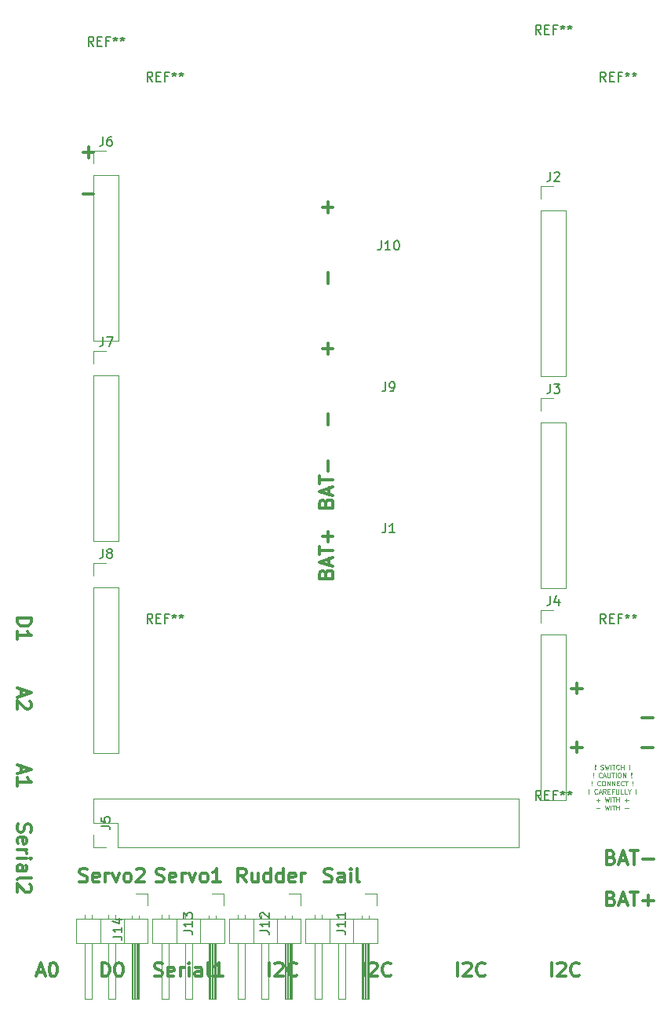
<source format=gto>
G04 #@! TF.FileFunction,Legend,Top*
%FSLAX46Y46*%
G04 Gerber Fmt 4.6, Leading zero omitted, Abs format (unit mm)*
G04 Created by KiCad (PCBNEW 4.0.7) date 06/01/18 16:18:16*
%MOMM*%
%LPD*%
G01*
G04 APERTURE LIST*
%ADD10C,0.100000*%
%ADD11C,0.300000*%
%ADD12C,0.125000*%
%ADD13C,0.120000*%
%ADD14C,0.150000*%
G04 APERTURE END LIST*
D10*
D11*
X144006429Y-142283571D02*
X143506429Y-141569286D01*
X143149286Y-142283571D02*
X143149286Y-140783571D01*
X143720714Y-140783571D01*
X143863572Y-140855000D01*
X143935000Y-140926429D01*
X144006429Y-141069286D01*
X144006429Y-141283571D01*
X143935000Y-141426429D01*
X143863572Y-141497857D01*
X143720714Y-141569286D01*
X143149286Y-141569286D01*
X145292143Y-141283571D02*
X145292143Y-142283571D01*
X144649286Y-141283571D02*
X144649286Y-142069286D01*
X144720714Y-142212143D01*
X144863572Y-142283571D01*
X145077857Y-142283571D01*
X145220714Y-142212143D01*
X145292143Y-142140714D01*
X146649286Y-142283571D02*
X146649286Y-140783571D01*
X146649286Y-142212143D02*
X146506429Y-142283571D01*
X146220715Y-142283571D01*
X146077857Y-142212143D01*
X146006429Y-142140714D01*
X145935000Y-141997857D01*
X145935000Y-141569286D01*
X146006429Y-141426429D01*
X146077857Y-141355000D01*
X146220715Y-141283571D01*
X146506429Y-141283571D01*
X146649286Y-141355000D01*
X148006429Y-142283571D02*
X148006429Y-140783571D01*
X148006429Y-142212143D02*
X147863572Y-142283571D01*
X147577858Y-142283571D01*
X147435000Y-142212143D01*
X147363572Y-142140714D01*
X147292143Y-141997857D01*
X147292143Y-141569286D01*
X147363572Y-141426429D01*
X147435000Y-141355000D01*
X147577858Y-141283571D01*
X147863572Y-141283571D01*
X148006429Y-141355000D01*
X149292143Y-142212143D02*
X149149286Y-142283571D01*
X148863572Y-142283571D01*
X148720715Y-142212143D01*
X148649286Y-142069286D01*
X148649286Y-141497857D01*
X148720715Y-141355000D01*
X148863572Y-141283571D01*
X149149286Y-141283571D01*
X149292143Y-141355000D01*
X149363572Y-141497857D01*
X149363572Y-141640714D01*
X148649286Y-141783571D01*
X150006429Y-142283571D02*
X150006429Y-141283571D01*
X150006429Y-141569286D02*
X150077857Y-141426429D01*
X150149286Y-141355000D01*
X150292143Y-141283571D01*
X150435000Y-141283571D01*
X119336429Y-113827858D02*
X120836429Y-113827858D01*
X120836429Y-114185001D01*
X120765000Y-114399286D01*
X120622143Y-114542144D01*
X120479286Y-114613572D01*
X120193571Y-114685001D01*
X119979286Y-114685001D01*
X119693571Y-114613572D01*
X119550714Y-114542144D01*
X119407857Y-114399286D01*
X119336429Y-114185001D01*
X119336429Y-113827858D01*
X119336429Y-116113572D02*
X119336429Y-115256429D01*
X119336429Y-115685001D02*
X120836429Y-115685001D01*
X120622143Y-115542144D01*
X120479286Y-115399286D01*
X120407857Y-115256429D01*
X119765000Y-129738572D02*
X119765000Y-130452858D01*
X119336429Y-129595715D02*
X120836429Y-130095715D01*
X119336429Y-130595715D01*
X119336429Y-131881429D02*
X119336429Y-131024286D01*
X119336429Y-131452858D02*
X120836429Y-131452858D01*
X120622143Y-131310001D01*
X120479286Y-131167143D01*
X120407857Y-131024286D01*
X119407857Y-136021429D02*
X119336429Y-136235715D01*
X119336429Y-136592858D01*
X119407857Y-136735715D01*
X119479286Y-136807144D01*
X119622143Y-136878572D01*
X119765000Y-136878572D01*
X119907857Y-136807144D01*
X119979286Y-136735715D01*
X120050714Y-136592858D01*
X120122143Y-136307144D01*
X120193571Y-136164286D01*
X120265000Y-136092858D01*
X120407857Y-136021429D01*
X120550714Y-136021429D01*
X120693571Y-136092858D01*
X120765000Y-136164286D01*
X120836429Y-136307144D01*
X120836429Y-136664286D01*
X120765000Y-136878572D01*
X119407857Y-138092857D02*
X119336429Y-137950000D01*
X119336429Y-137664286D01*
X119407857Y-137521429D01*
X119550714Y-137450000D01*
X120122143Y-137450000D01*
X120265000Y-137521429D01*
X120336429Y-137664286D01*
X120336429Y-137950000D01*
X120265000Y-138092857D01*
X120122143Y-138164286D01*
X119979286Y-138164286D01*
X119836429Y-137450000D01*
X119336429Y-138807143D02*
X120336429Y-138807143D01*
X120050714Y-138807143D02*
X120193571Y-138878571D01*
X120265000Y-138950000D01*
X120336429Y-139092857D01*
X120336429Y-139235714D01*
X119336429Y-139735714D02*
X120336429Y-139735714D01*
X120836429Y-139735714D02*
X120765000Y-139664285D01*
X120693571Y-139735714D01*
X120765000Y-139807142D01*
X120836429Y-139735714D01*
X120693571Y-139735714D01*
X119336429Y-141092857D02*
X120122143Y-141092857D01*
X120265000Y-141021428D01*
X120336429Y-140878571D01*
X120336429Y-140592857D01*
X120265000Y-140450000D01*
X119407857Y-141092857D02*
X119336429Y-140950000D01*
X119336429Y-140592857D01*
X119407857Y-140450000D01*
X119550714Y-140378571D01*
X119693571Y-140378571D01*
X119836429Y-140450000D01*
X119907857Y-140592857D01*
X119907857Y-140950000D01*
X119979286Y-141092857D01*
X119336429Y-142021429D02*
X119407857Y-141878571D01*
X119550714Y-141807143D01*
X120836429Y-141807143D01*
X120693571Y-142521428D02*
X120765000Y-142592857D01*
X120836429Y-142735714D01*
X120836429Y-143092857D01*
X120765000Y-143235714D01*
X120693571Y-143307143D01*
X120550714Y-143378571D01*
X120407857Y-143378571D01*
X120193571Y-143307143D01*
X119336429Y-142450000D01*
X119336429Y-143378571D01*
X119765000Y-121483572D02*
X119765000Y-122197858D01*
X119336429Y-121340715D02*
X120836429Y-121840715D01*
X119336429Y-122340715D01*
X120693571Y-122769286D02*
X120765000Y-122840715D01*
X120836429Y-122983572D01*
X120836429Y-123340715D01*
X120765000Y-123483572D01*
X120693571Y-123555001D01*
X120550714Y-123626429D01*
X120407857Y-123626429D01*
X120193571Y-123555001D01*
X119336429Y-122697858D01*
X119336429Y-123626429D01*
X128432858Y-152443571D02*
X128432858Y-150943571D01*
X128790001Y-150943571D01*
X129004286Y-151015000D01*
X129147144Y-151157857D01*
X129218572Y-151300714D01*
X129290001Y-151586429D01*
X129290001Y-151800714D01*
X129218572Y-152086429D01*
X129147144Y-152229286D01*
X129004286Y-152372143D01*
X128790001Y-152443571D01*
X128432858Y-152443571D01*
X130218572Y-150943571D02*
X130361429Y-150943571D01*
X130504286Y-151015000D01*
X130575715Y-151086429D01*
X130647144Y-151229286D01*
X130718572Y-151515000D01*
X130718572Y-151872143D01*
X130647144Y-152157857D01*
X130575715Y-152300714D01*
X130504286Y-152372143D01*
X130361429Y-152443571D01*
X130218572Y-152443571D01*
X130075715Y-152372143D01*
X130004286Y-152300714D01*
X129932858Y-152157857D01*
X129861429Y-151872143D01*
X129861429Y-151515000D01*
X129932858Y-151229286D01*
X130004286Y-151086429D01*
X130075715Y-151015000D01*
X130218572Y-150943571D01*
X134116429Y-152372143D02*
X134330715Y-152443571D01*
X134687858Y-152443571D01*
X134830715Y-152372143D01*
X134902144Y-152300714D01*
X134973572Y-152157857D01*
X134973572Y-152015000D01*
X134902144Y-151872143D01*
X134830715Y-151800714D01*
X134687858Y-151729286D01*
X134402144Y-151657857D01*
X134259286Y-151586429D01*
X134187858Y-151515000D01*
X134116429Y-151372143D01*
X134116429Y-151229286D01*
X134187858Y-151086429D01*
X134259286Y-151015000D01*
X134402144Y-150943571D01*
X134759286Y-150943571D01*
X134973572Y-151015000D01*
X136187857Y-152372143D02*
X136045000Y-152443571D01*
X135759286Y-152443571D01*
X135616429Y-152372143D01*
X135545000Y-152229286D01*
X135545000Y-151657857D01*
X135616429Y-151515000D01*
X135759286Y-151443571D01*
X136045000Y-151443571D01*
X136187857Y-151515000D01*
X136259286Y-151657857D01*
X136259286Y-151800714D01*
X135545000Y-151943571D01*
X136902143Y-152443571D02*
X136902143Y-151443571D01*
X136902143Y-151729286D02*
X136973571Y-151586429D01*
X137045000Y-151515000D01*
X137187857Y-151443571D01*
X137330714Y-151443571D01*
X137830714Y-152443571D02*
X137830714Y-151443571D01*
X137830714Y-150943571D02*
X137759285Y-151015000D01*
X137830714Y-151086429D01*
X137902142Y-151015000D01*
X137830714Y-150943571D01*
X137830714Y-151086429D01*
X139187857Y-152443571D02*
X139187857Y-151657857D01*
X139116428Y-151515000D01*
X138973571Y-151443571D01*
X138687857Y-151443571D01*
X138545000Y-151515000D01*
X139187857Y-152372143D02*
X139045000Y-152443571D01*
X138687857Y-152443571D01*
X138545000Y-152372143D01*
X138473571Y-152229286D01*
X138473571Y-152086429D01*
X138545000Y-151943571D01*
X138687857Y-151872143D01*
X139045000Y-151872143D01*
X139187857Y-151800714D01*
X140116429Y-152443571D02*
X139973571Y-152372143D01*
X139902143Y-152229286D01*
X139902143Y-150943571D01*
X141473571Y-152443571D02*
X140616428Y-152443571D01*
X141045000Y-152443571D02*
X141045000Y-150943571D01*
X140902143Y-151157857D01*
X140759285Y-151300714D01*
X140616428Y-151372143D01*
X121483572Y-152015000D02*
X122197858Y-152015000D01*
X121340715Y-152443571D02*
X121840715Y-150943571D01*
X122340715Y-152443571D01*
X123126429Y-150943571D02*
X123269286Y-150943571D01*
X123412143Y-151015000D01*
X123483572Y-151086429D01*
X123555001Y-151229286D01*
X123626429Y-151515000D01*
X123626429Y-151872143D01*
X123555001Y-152157857D01*
X123483572Y-152300714D01*
X123412143Y-152372143D01*
X123269286Y-152443571D01*
X123126429Y-152443571D01*
X122983572Y-152372143D01*
X122912143Y-152300714D01*
X122840715Y-152157857D01*
X122769286Y-151872143D01*
X122769286Y-151515000D01*
X122840715Y-151229286D01*
X122912143Y-151086429D01*
X122983572Y-151015000D01*
X123126429Y-150943571D01*
X176970715Y-152443571D02*
X176970715Y-150943571D01*
X177613572Y-151086429D02*
X177685001Y-151015000D01*
X177827858Y-150943571D01*
X178185001Y-150943571D01*
X178327858Y-151015000D01*
X178399287Y-151086429D01*
X178470715Y-151229286D01*
X178470715Y-151372143D01*
X178399287Y-151586429D01*
X177542144Y-152443571D01*
X178470715Y-152443571D01*
X179970715Y-152300714D02*
X179899286Y-152372143D01*
X179685000Y-152443571D01*
X179542143Y-152443571D01*
X179327858Y-152372143D01*
X179185000Y-152229286D01*
X179113572Y-152086429D01*
X179042143Y-151800714D01*
X179042143Y-151586429D01*
X179113572Y-151300714D01*
X179185000Y-151157857D01*
X179327858Y-151015000D01*
X179542143Y-150943571D01*
X179685000Y-150943571D01*
X179899286Y-151015000D01*
X179970715Y-151086429D01*
X146490715Y-152443571D02*
X146490715Y-150943571D01*
X147133572Y-151086429D02*
X147205001Y-151015000D01*
X147347858Y-150943571D01*
X147705001Y-150943571D01*
X147847858Y-151015000D01*
X147919287Y-151086429D01*
X147990715Y-151229286D01*
X147990715Y-151372143D01*
X147919287Y-151586429D01*
X147062144Y-152443571D01*
X147990715Y-152443571D01*
X149490715Y-152300714D02*
X149419286Y-152372143D01*
X149205000Y-152443571D01*
X149062143Y-152443571D01*
X148847858Y-152372143D01*
X148705000Y-152229286D01*
X148633572Y-152086429D01*
X148562143Y-151800714D01*
X148562143Y-151586429D01*
X148633572Y-151300714D01*
X148705000Y-151157857D01*
X148847858Y-151015000D01*
X149062143Y-150943571D01*
X149205000Y-150943571D01*
X149419286Y-151015000D01*
X149490715Y-151086429D01*
X156650715Y-152443571D02*
X156650715Y-150943571D01*
X157293572Y-151086429D02*
X157365001Y-151015000D01*
X157507858Y-150943571D01*
X157865001Y-150943571D01*
X158007858Y-151015000D01*
X158079287Y-151086429D01*
X158150715Y-151229286D01*
X158150715Y-151372143D01*
X158079287Y-151586429D01*
X157222144Y-152443571D01*
X158150715Y-152443571D01*
X159650715Y-152300714D02*
X159579286Y-152372143D01*
X159365000Y-152443571D01*
X159222143Y-152443571D01*
X159007858Y-152372143D01*
X158865000Y-152229286D01*
X158793572Y-152086429D01*
X158722143Y-151800714D01*
X158722143Y-151586429D01*
X158793572Y-151300714D01*
X158865000Y-151157857D01*
X159007858Y-151015000D01*
X159222143Y-150943571D01*
X159365000Y-150943571D01*
X159579286Y-151015000D01*
X159650715Y-151086429D01*
X166810715Y-152443571D02*
X166810715Y-150943571D01*
X167453572Y-151086429D02*
X167525001Y-151015000D01*
X167667858Y-150943571D01*
X168025001Y-150943571D01*
X168167858Y-151015000D01*
X168239287Y-151086429D01*
X168310715Y-151229286D01*
X168310715Y-151372143D01*
X168239287Y-151586429D01*
X167382144Y-152443571D01*
X168310715Y-152443571D01*
X169810715Y-152300714D02*
X169739286Y-152372143D01*
X169525000Y-152443571D01*
X169382143Y-152443571D01*
X169167858Y-152372143D01*
X169025000Y-152229286D01*
X168953572Y-152086429D01*
X168882143Y-151800714D01*
X168882143Y-151586429D01*
X168953572Y-151300714D01*
X169025000Y-151157857D01*
X169167858Y-151015000D01*
X169382143Y-150943571D01*
X169525000Y-150943571D01*
X169739286Y-151015000D01*
X169810715Y-151086429D01*
X152447857Y-142212143D02*
X152662143Y-142283571D01*
X153019286Y-142283571D01*
X153162143Y-142212143D01*
X153233572Y-142140714D01*
X153305000Y-141997857D01*
X153305000Y-141855000D01*
X153233572Y-141712143D01*
X153162143Y-141640714D01*
X153019286Y-141569286D01*
X152733572Y-141497857D01*
X152590714Y-141426429D01*
X152519286Y-141355000D01*
X152447857Y-141212143D01*
X152447857Y-141069286D01*
X152519286Y-140926429D01*
X152590714Y-140855000D01*
X152733572Y-140783571D01*
X153090714Y-140783571D01*
X153305000Y-140855000D01*
X154590714Y-142283571D02*
X154590714Y-141497857D01*
X154519285Y-141355000D01*
X154376428Y-141283571D01*
X154090714Y-141283571D01*
X153947857Y-141355000D01*
X154590714Y-142212143D02*
X154447857Y-142283571D01*
X154090714Y-142283571D01*
X153947857Y-142212143D01*
X153876428Y-142069286D01*
X153876428Y-141926429D01*
X153947857Y-141783571D01*
X154090714Y-141712143D01*
X154447857Y-141712143D01*
X154590714Y-141640714D01*
X155305000Y-142283571D02*
X155305000Y-141283571D01*
X155305000Y-140783571D02*
X155233571Y-140855000D01*
X155305000Y-140926429D01*
X155376428Y-140855000D01*
X155305000Y-140783571D01*
X155305000Y-140926429D01*
X156233572Y-142283571D02*
X156090714Y-142212143D01*
X156019286Y-142069286D01*
X156019286Y-140783571D01*
X134295001Y-142212143D02*
X134509287Y-142283571D01*
X134866430Y-142283571D01*
X135009287Y-142212143D01*
X135080716Y-142140714D01*
X135152144Y-141997857D01*
X135152144Y-141855000D01*
X135080716Y-141712143D01*
X135009287Y-141640714D01*
X134866430Y-141569286D01*
X134580716Y-141497857D01*
X134437858Y-141426429D01*
X134366430Y-141355000D01*
X134295001Y-141212143D01*
X134295001Y-141069286D01*
X134366430Y-140926429D01*
X134437858Y-140855000D01*
X134580716Y-140783571D01*
X134937858Y-140783571D01*
X135152144Y-140855000D01*
X136366429Y-142212143D02*
X136223572Y-142283571D01*
X135937858Y-142283571D01*
X135795001Y-142212143D01*
X135723572Y-142069286D01*
X135723572Y-141497857D01*
X135795001Y-141355000D01*
X135937858Y-141283571D01*
X136223572Y-141283571D01*
X136366429Y-141355000D01*
X136437858Y-141497857D01*
X136437858Y-141640714D01*
X135723572Y-141783571D01*
X137080715Y-142283571D02*
X137080715Y-141283571D01*
X137080715Y-141569286D02*
X137152143Y-141426429D01*
X137223572Y-141355000D01*
X137366429Y-141283571D01*
X137509286Y-141283571D01*
X137866429Y-141283571D02*
X138223572Y-142283571D01*
X138580714Y-141283571D01*
X139366429Y-142283571D02*
X139223571Y-142212143D01*
X139152143Y-142140714D01*
X139080714Y-141997857D01*
X139080714Y-141569286D01*
X139152143Y-141426429D01*
X139223571Y-141355000D01*
X139366429Y-141283571D01*
X139580714Y-141283571D01*
X139723571Y-141355000D01*
X139795000Y-141426429D01*
X139866429Y-141569286D01*
X139866429Y-141997857D01*
X139795000Y-142140714D01*
X139723571Y-142212143D01*
X139580714Y-142283571D01*
X139366429Y-142283571D01*
X141295000Y-142283571D02*
X140437857Y-142283571D01*
X140866429Y-142283571D02*
X140866429Y-140783571D01*
X140723572Y-140997857D01*
X140580714Y-141140714D01*
X140437857Y-141212143D01*
X126040001Y-142212143D02*
X126254287Y-142283571D01*
X126611430Y-142283571D01*
X126754287Y-142212143D01*
X126825716Y-142140714D01*
X126897144Y-141997857D01*
X126897144Y-141855000D01*
X126825716Y-141712143D01*
X126754287Y-141640714D01*
X126611430Y-141569286D01*
X126325716Y-141497857D01*
X126182858Y-141426429D01*
X126111430Y-141355000D01*
X126040001Y-141212143D01*
X126040001Y-141069286D01*
X126111430Y-140926429D01*
X126182858Y-140855000D01*
X126325716Y-140783571D01*
X126682858Y-140783571D01*
X126897144Y-140855000D01*
X128111429Y-142212143D02*
X127968572Y-142283571D01*
X127682858Y-142283571D01*
X127540001Y-142212143D01*
X127468572Y-142069286D01*
X127468572Y-141497857D01*
X127540001Y-141355000D01*
X127682858Y-141283571D01*
X127968572Y-141283571D01*
X128111429Y-141355000D01*
X128182858Y-141497857D01*
X128182858Y-141640714D01*
X127468572Y-141783571D01*
X128825715Y-142283571D02*
X128825715Y-141283571D01*
X128825715Y-141569286D02*
X128897143Y-141426429D01*
X128968572Y-141355000D01*
X129111429Y-141283571D01*
X129254286Y-141283571D01*
X129611429Y-141283571D02*
X129968572Y-142283571D01*
X130325714Y-141283571D01*
X131111429Y-142283571D02*
X130968571Y-142212143D01*
X130897143Y-142140714D01*
X130825714Y-141997857D01*
X130825714Y-141569286D01*
X130897143Y-141426429D01*
X130968571Y-141355000D01*
X131111429Y-141283571D01*
X131325714Y-141283571D01*
X131468571Y-141355000D01*
X131540000Y-141426429D01*
X131611429Y-141569286D01*
X131611429Y-141997857D01*
X131540000Y-142140714D01*
X131468571Y-142212143D01*
X131325714Y-142283571D01*
X131111429Y-142283571D01*
X132182857Y-140926429D02*
X132254286Y-140855000D01*
X132397143Y-140783571D01*
X132754286Y-140783571D01*
X132897143Y-140855000D01*
X132968572Y-140926429D01*
X133040000Y-141069286D01*
X133040000Y-141212143D01*
X132968572Y-141426429D01*
X132111429Y-142283571D01*
X133040000Y-142283571D01*
X186753572Y-124567143D02*
X187896429Y-124567143D01*
X186753572Y-127742143D02*
X187896429Y-127742143D01*
X179133572Y-121392143D02*
X180276429Y-121392143D01*
X179705000Y-121963571D02*
X179705000Y-120820714D01*
X179133572Y-127742143D02*
X180276429Y-127742143D01*
X179705000Y-128313571D02*
X179705000Y-127170714D01*
D12*
X181669763Y-130071071D02*
X181693572Y-130094881D01*
X181669763Y-130118690D01*
X181645953Y-130094881D01*
X181669763Y-130071071D01*
X181669763Y-130118690D01*
X181669763Y-129928214D02*
X181645953Y-129642500D01*
X181669763Y-129618690D01*
X181693572Y-129642500D01*
X181669763Y-129928214D01*
X181669763Y-129618690D01*
X182265000Y-130094881D02*
X182336429Y-130118690D01*
X182455476Y-130118690D01*
X182503095Y-130094881D01*
X182526905Y-130071071D01*
X182550714Y-130023452D01*
X182550714Y-129975833D01*
X182526905Y-129928214D01*
X182503095Y-129904405D01*
X182455476Y-129880595D01*
X182360238Y-129856786D01*
X182312619Y-129832976D01*
X182288810Y-129809167D01*
X182265000Y-129761548D01*
X182265000Y-129713929D01*
X182288810Y-129666310D01*
X182312619Y-129642500D01*
X182360238Y-129618690D01*
X182479286Y-129618690D01*
X182550714Y-129642500D01*
X182717381Y-129618690D02*
X182836428Y-130118690D01*
X182931666Y-129761548D01*
X183026904Y-130118690D01*
X183145952Y-129618690D01*
X183336429Y-130118690D02*
X183336429Y-129618690D01*
X183503095Y-129618690D02*
X183788809Y-129618690D01*
X183645952Y-130118690D02*
X183645952Y-129618690D01*
X184241190Y-130071071D02*
X184217380Y-130094881D01*
X184145952Y-130118690D01*
X184098333Y-130118690D01*
X184026904Y-130094881D01*
X183979285Y-130047262D01*
X183955476Y-129999643D01*
X183931666Y-129904405D01*
X183931666Y-129832976D01*
X183955476Y-129737738D01*
X183979285Y-129690119D01*
X184026904Y-129642500D01*
X184098333Y-129618690D01*
X184145952Y-129618690D01*
X184217380Y-129642500D01*
X184241190Y-129666310D01*
X184455476Y-130118690D02*
X184455476Y-129618690D01*
X184455476Y-129856786D02*
X184741190Y-129856786D01*
X184741190Y-130118690D02*
X184741190Y-129618690D01*
X185360238Y-130071071D02*
X185384047Y-130094881D01*
X185360238Y-130118690D01*
X185336428Y-130094881D01*
X185360238Y-130071071D01*
X185360238Y-130118690D01*
X185360238Y-129928214D02*
X185336428Y-129642500D01*
X185360238Y-129618690D01*
X185384047Y-129642500D01*
X185360238Y-129928214D01*
X185360238Y-129618690D01*
X181455477Y-130946071D02*
X181479286Y-130969881D01*
X181455477Y-130993690D01*
X181431667Y-130969881D01*
X181455477Y-130946071D01*
X181455477Y-130993690D01*
X181455477Y-130803214D02*
X181431667Y-130517500D01*
X181455477Y-130493690D01*
X181479286Y-130517500D01*
X181455477Y-130803214D01*
X181455477Y-130493690D01*
X182360238Y-130946071D02*
X182336428Y-130969881D01*
X182265000Y-130993690D01*
X182217381Y-130993690D01*
X182145952Y-130969881D01*
X182098333Y-130922262D01*
X182074524Y-130874643D01*
X182050714Y-130779405D01*
X182050714Y-130707976D01*
X182074524Y-130612738D01*
X182098333Y-130565119D01*
X182145952Y-130517500D01*
X182217381Y-130493690D01*
X182265000Y-130493690D01*
X182336428Y-130517500D01*
X182360238Y-130541310D01*
X182550714Y-130850833D02*
X182788809Y-130850833D01*
X182503095Y-130993690D02*
X182669762Y-130493690D01*
X182836428Y-130993690D01*
X183003095Y-130493690D02*
X183003095Y-130898452D01*
X183026904Y-130946071D01*
X183050714Y-130969881D01*
X183098333Y-130993690D01*
X183193571Y-130993690D01*
X183241190Y-130969881D01*
X183264999Y-130946071D01*
X183288809Y-130898452D01*
X183288809Y-130493690D01*
X183455476Y-130493690D02*
X183741190Y-130493690D01*
X183598333Y-130993690D02*
X183598333Y-130493690D01*
X183907857Y-130993690D02*
X183907857Y-130493690D01*
X184241190Y-130493690D02*
X184336428Y-130493690D01*
X184384047Y-130517500D01*
X184431666Y-130565119D01*
X184455475Y-130660357D01*
X184455475Y-130827024D01*
X184431666Y-130922262D01*
X184384047Y-130969881D01*
X184336428Y-130993690D01*
X184241190Y-130993690D01*
X184193571Y-130969881D01*
X184145952Y-130922262D01*
X184122142Y-130827024D01*
X184122142Y-130660357D01*
X184145952Y-130565119D01*
X184193571Y-130517500D01*
X184241190Y-130493690D01*
X184669762Y-130993690D02*
X184669762Y-130493690D01*
X184955476Y-130993690D01*
X184955476Y-130493690D01*
X185574524Y-130946071D02*
X185598333Y-130969881D01*
X185574524Y-130993690D01*
X185550714Y-130969881D01*
X185574524Y-130946071D01*
X185574524Y-130993690D01*
X185574524Y-130803214D02*
X185550714Y-130517500D01*
X185574524Y-130493690D01*
X185598333Y-130517500D01*
X185574524Y-130803214D01*
X185574524Y-130493690D01*
X181312620Y-131821071D02*
X181336429Y-131844881D01*
X181312620Y-131868690D01*
X181288810Y-131844881D01*
X181312620Y-131821071D01*
X181312620Y-131868690D01*
X181312620Y-131678214D02*
X181288810Y-131392500D01*
X181312620Y-131368690D01*
X181336429Y-131392500D01*
X181312620Y-131678214D01*
X181312620Y-131368690D01*
X182217381Y-131821071D02*
X182193571Y-131844881D01*
X182122143Y-131868690D01*
X182074524Y-131868690D01*
X182003095Y-131844881D01*
X181955476Y-131797262D01*
X181931667Y-131749643D01*
X181907857Y-131654405D01*
X181907857Y-131582976D01*
X181931667Y-131487738D01*
X181955476Y-131440119D01*
X182003095Y-131392500D01*
X182074524Y-131368690D01*
X182122143Y-131368690D01*
X182193571Y-131392500D01*
X182217381Y-131416310D01*
X182526905Y-131368690D02*
X182622143Y-131368690D01*
X182669762Y-131392500D01*
X182717381Y-131440119D01*
X182741190Y-131535357D01*
X182741190Y-131702024D01*
X182717381Y-131797262D01*
X182669762Y-131844881D01*
X182622143Y-131868690D01*
X182526905Y-131868690D01*
X182479286Y-131844881D01*
X182431667Y-131797262D01*
X182407857Y-131702024D01*
X182407857Y-131535357D01*
X182431667Y-131440119D01*
X182479286Y-131392500D01*
X182526905Y-131368690D01*
X182955477Y-131868690D02*
X182955477Y-131368690D01*
X183241191Y-131868690D01*
X183241191Y-131368690D01*
X183479287Y-131868690D02*
X183479287Y-131368690D01*
X183765001Y-131868690D01*
X183765001Y-131368690D01*
X184003097Y-131606786D02*
X184169763Y-131606786D01*
X184241192Y-131868690D02*
X184003097Y-131868690D01*
X184003097Y-131368690D01*
X184241192Y-131368690D01*
X184741192Y-131821071D02*
X184717382Y-131844881D01*
X184645954Y-131868690D01*
X184598335Y-131868690D01*
X184526906Y-131844881D01*
X184479287Y-131797262D01*
X184455478Y-131749643D01*
X184431668Y-131654405D01*
X184431668Y-131582976D01*
X184455478Y-131487738D01*
X184479287Y-131440119D01*
X184526906Y-131392500D01*
X184598335Y-131368690D01*
X184645954Y-131368690D01*
X184717382Y-131392500D01*
X184741192Y-131416310D01*
X184884049Y-131368690D02*
X185169763Y-131368690D01*
X185026906Y-131868690D02*
X185026906Y-131368690D01*
X185717382Y-131821071D02*
X185741191Y-131844881D01*
X185717382Y-131868690D01*
X185693572Y-131844881D01*
X185717382Y-131821071D01*
X185717382Y-131868690D01*
X185717382Y-131678214D02*
X185693572Y-131392500D01*
X185717382Y-131368690D01*
X185741191Y-131392500D01*
X185717382Y-131678214D01*
X185717382Y-131368690D01*
X180979287Y-132696071D02*
X181003096Y-132719881D01*
X180979287Y-132743690D01*
X180955477Y-132719881D01*
X180979287Y-132696071D01*
X180979287Y-132743690D01*
X180979287Y-132553214D02*
X180955477Y-132267500D01*
X180979287Y-132243690D01*
X181003096Y-132267500D01*
X180979287Y-132553214D01*
X180979287Y-132243690D01*
X181884048Y-132696071D02*
X181860238Y-132719881D01*
X181788810Y-132743690D01*
X181741191Y-132743690D01*
X181669762Y-132719881D01*
X181622143Y-132672262D01*
X181598334Y-132624643D01*
X181574524Y-132529405D01*
X181574524Y-132457976D01*
X181598334Y-132362738D01*
X181622143Y-132315119D01*
X181669762Y-132267500D01*
X181741191Y-132243690D01*
X181788810Y-132243690D01*
X181860238Y-132267500D01*
X181884048Y-132291310D01*
X182074524Y-132600833D02*
X182312619Y-132600833D01*
X182026905Y-132743690D02*
X182193572Y-132243690D01*
X182360238Y-132743690D01*
X182812619Y-132743690D02*
X182645952Y-132505595D01*
X182526905Y-132743690D02*
X182526905Y-132243690D01*
X182717381Y-132243690D01*
X182765000Y-132267500D01*
X182788809Y-132291310D01*
X182812619Y-132338929D01*
X182812619Y-132410357D01*
X182788809Y-132457976D01*
X182765000Y-132481786D01*
X182717381Y-132505595D01*
X182526905Y-132505595D01*
X183026905Y-132481786D02*
X183193571Y-132481786D01*
X183265000Y-132743690D02*
X183026905Y-132743690D01*
X183026905Y-132243690D01*
X183265000Y-132243690D01*
X183645952Y-132481786D02*
X183479286Y-132481786D01*
X183479286Y-132743690D02*
X183479286Y-132243690D01*
X183717381Y-132243690D01*
X183907857Y-132243690D02*
X183907857Y-132648452D01*
X183931666Y-132696071D01*
X183955476Y-132719881D01*
X184003095Y-132743690D01*
X184098333Y-132743690D01*
X184145952Y-132719881D01*
X184169761Y-132696071D01*
X184193571Y-132648452D01*
X184193571Y-132243690D01*
X184669762Y-132743690D02*
X184431667Y-132743690D01*
X184431667Y-132243690D01*
X185074524Y-132743690D02*
X184836429Y-132743690D01*
X184836429Y-132243690D01*
X185336429Y-132505595D02*
X185336429Y-132743690D01*
X185169762Y-132243690D02*
X185336429Y-132505595D01*
X185503095Y-132243690D01*
X186050714Y-132696071D02*
X186074523Y-132719881D01*
X186050714Y-132743690D01*
X186026904Y-132719881D01*
X186050714Y-132696071D01*
X186050714Y-132743690D01*
X186050714Y-132553214D02*
X186026904Y-132267500D01*
X186050714Y-132243690D01*
X186074523Y-132267500D01*
X186050714Y-132553214D01*
X186050714Y-132243690D01*
X181776905Y-133428214D02*
X182157857Y-133428214D01*
X181967381Y-133618690D02*
X181967381Y-133237738D01*
X182729286Y-133118690D02*
X182848333Y-133618690D01*
X182943571Y-133261548D01*
X183038809Y-133618690D01*
X183157857Y-133118690D01*
X183348334Y-133618690D02*
X183348334Y-133118690D01*
X183515000Y-133118690D02*
X183800714Y-133118690D01*
X183657857Y-133618690D02*
X183657857Y-133118690D01*
X183967381Y-133618690D02*
X183967381Y-133118690D01*
X183967381Y-133356786D02*
X184253095Y-133356786D01*
X184253095Y-133618690D02*
X184253095Y-133118690D01*
X184872143Y-133428214D02*
X185253095Y-133428214D01*
X185062619Y-133618690D02*
X185062619Y-133237738D01*
X181776905Y-134303214D02*
X182157857Y-134303214D01*
X182729286Y-133993690D02*
X182848333Y-134493690D01*
X182943571Y-134136548D01*
X183038809Y-134493690D01*
X183157857Y-133993690D01*
X183348334Y-134493690D02*
X183348334Y-133993690D01*
X183515000Y-133993690D02*
X183800714Y-133993690D01*
X183657857Y-134493690D02*
X183657857Y-133993690D01*
X183967381Y-134493690D02*
X183967381Y-133993690D01*
X183967381Y-134231786D02*
X184253095Y-134231786D01*
X184253095Y-134493690D02*
X184253095Y-133993690D01*
X184872143Y-134303214D02*
X185253095Y-134303214D01*
D11*
X152824643Y-70103928D02*
X152824643Y-68961071D01*
X153396071Y-69532500D02*
X152253214Y-69532500D01*
X152824643Y-77723928D02*
X152824643Y-76581071D01*
X152824643Y-85343928D02*
X152824643Y-84201071D01*
X153396071Y-84772500D02*
X152253214Y-84772500D01*
X152824643Y-92963928D02*
X152824643Y-91821071D01*
X126428572Y-68052143D02*
X127571429Y-68052143D01*
X126428572Y-63607143D02*
X127571429Y-63607143D01*
X127000000Y-64178571D02*
X127000000Y-63035714D01*
X183384286Y-139592857D02*
X183598572Y-139664286D01*
X183670000Y-139735714D01*
X183741429Y-139878571D01*
X183741429Y-140092857D01*
X183670000Y-140235714D01*
X183598572Y-140307143D01*
X183455714Y-140378571D01*
X182884286Y-140378571D01*
X182884286Y-138878571D01*
X183384286Y-138878571D01*
X183527143Y-138950000D01*
X183598572Y-139021429D01*
X183670000Y-139164286D01*
X183670000Y-139307143D01*
X183598572Y-139450000D01*
X183527143Y-139521429D01*
X183384286Y-139592857D01*
X182884286Y-139592857D01*
X184312857Y-139950000D02*
X185027143Y-139950000D01*
X184170000Y-140378571D02*
X184670000Y-138878571D01*
X185170000Y-140378571D01*
X185455714Y-138878571D02*
X186312857Y-138878571D01*
X185884286Y-140378571D02*
X185884286Y-138878571D01*
X186812857Y-139807143D02*
X187955714Y-139807143D01*
X183384286Y-144037857D02*
X183598572Y-144109286D01*
X183670000Y-144180714D01*
X183741429Y-144323571D01*
X183741429Y-144537857D01*
X183670000Y-144680714D01*
X183598572Y-144752143D01*
X183455714Y-144823571D01*
X182884286Y-144823571D01*
X182884286Y-143323571D01*
X183384286Y-143323571D01*
X183527143Y-143395000D01*
X183598572Y-143466429D01*
X183670000Y-143609286D01*
X183670000Y-143752143D01*
X183598572Y-143895000D01*
X183527143Y-143966429D01*
X183384286Y-144037857D01*
X182884286Y-144037857D01*
X184312857Y-144395000D02*
X185027143Y-144395000D01*
X184170000Y-144823571D02*
X184670000Y-143323571D01*
X185170000Y-144823571D01*
X185455714Y-143323571D02*
X186312857Y-143323571D01*
X185884286Y-144823571D02*
X185884286Y-143323571D01*
X186812857Y-144252143D02*
X187955714Y-144252143D01*
X187384285Y-144823571D02*
X187384285Y-143680714D01*
X152610357Y-101413214D02*
X152681786Y-101198928D01*
X152753214Y-101127500D01*
X152896071Y-101056071D01*
X153110357Y-101056071D01*
X153253214Y-101127500D01*
X153324643Y-101198928D01*
X153396071Y-101341786D01*
X153396071Y-101913214D01*
X151896071Y-101913214D01*
X151896071Y-101413214D01*
X151967500Y-101270357D01*
X152038929Y-101198928D01*
X152181786Y-101127500D01*
X152324643Y-101127500D01*
X152467500Y-101198928D01*
X152538929Y-101270357D01*
X152610357Y-101413214D01*
X152610357Y-101913214D01*
X152967500Y-100484643D02*
X152967500Y-99770357D01*
X153396071Y-100627500D02*
X151896071Y-100127500D01*
X153396071Y-99627500D01*
X151896071Y-99341786D02*
X151896071Y-98484643D01*
X153396071Y-98913214D02*
X151896071Y-98913214D01*
X152824643Y-97984643D02*
X152824643Y-96841786D01*
X152610357Y-109033214D02*
X152681786Y-108818928D01*
X152753214Y-108747500D01*
X152896071Y-108676071D01*
X153110357Y-108676071D01*
X153253214Y-108747500D01*
X153324643Y-108818928D01*
X153396071Y-108961786D01*
X153396071Y-109533214D01*
X151896071Y-109533214D01*
X151896071Y-109033214D01*
X151967500Y-108890357D01*
X152038929Y-108818928D01*
X152181786Y-108747500D01*
X152324643Y-108747500D01*
X152467500Y-108818928D01*
X152538929Y-108890357D01*
X152610357Y-109033214D01*
X152610357Y-109533214D01*
X152967500Y-108104643D02*
X152967500Y-107390357D01*
X153396071Y-108247500D02*
X151896071Y-107747500D01*
X153396071Y-107247500D01*
X151896071Y-106961786D02*
X151896071Y-106104643D01*
X153396071Y-106533214D02*
X151896071Y-106533214D01*
X152824643Y-105604643D02*
X152824643Y-104461786D01*
X153396071Y-105033215D02*
X152253214Y-105033215D01*
D13*
X158175000Y-146220000D02*
X150435000Y-146220000D01*
X150435000Y-146220000D02*
X150435000Y-148880000D01*
X150435000Y-148880000D02*
X158175000Y-148880000D01*
X158175000Y-148880000D02*
X158175000Y-146220000D01*
X157225000Y-148880000D02*
X157225000Y-154880000D01*
X157225000Y-154880000D02*
X156465000Y-154880000D01*
X156465000Y-154880000D02*
X156465000Y-148880000D01*
X157165000Y-148880000D02*
X157165000Y-154880000D01*
X157045000Y-148880000D02*
X157045000Y-154880000D01*
X156925000Y-148880000D02*
X156925000Y-154880000D01*
X156805000Y-148880000D02*
X156805000Y-154880000D01*
X156685000Y-148880000D02*
X156685000Y-154880000D01*
X156565000Y-148880000D02*
X156565000Y-154880000D01*
X157225000Y-145890000D02*
X157225000Y-146220000D01*
X156465000Y-145890000D02*
X156465000Y-146220000D01*
X155575000Y-146220000D02*
X155575000Y-148880000D01*
X154685000Y-148880000D02*
X154685000Y-154880000D01*
X154685000Y-154880000D02*
X153925000Y-154880000D01*
X153925000Y-154880000D02*
X153925000Y-148880000D01*
X154685000Y-145822929D02*
X154685000Y-146220000D01*
X153925000Y-145822929D02*
X153925000Y-146220000D01*
X153035000Y-146220000D02*
X153035000Y-148880000D01*
X152145000Y-148880000D02*
X152145000Y-154880000D01*
X152145000Y-154880000D02*
X151385000Y-154880000D01*
X151385000Y-154880000D02*
X151385000Y-148880000D01*
X152145000Y-145822929D02*
X152145000Y-146220000D01*
X151385000Y-145822929D02*
X151385000Y-146220000D01*
X156845000Y-143510000D02*
X158115000Y-143510000D01*
X158115000Y-143510000D02*
X158115000Y-144780000D01*
X149920000Y-146220000D02*
X142180000Y-146220000D01*
X142180000Y-146220000D02*
X142180000Y-148880000D01*
X142180000Y-148880000D02*
X149920000Y-148880000D01*
X149920000Y-148880000D02*
X149920000Y-146220000D01*
X148970000Y-148880000D02*
X148970000Y-154880000D01*
X148970000Y-154880000D02*
X148210000Y-154880000D01*
X148210000Y-154880000D02*
X148210000Y-148880000D01*
X148910000Y-148880000D02*
X148910000Y-154880000D01*
X148790000Y-148880000D02*
X148790000Y-154880000D01*
X148670000Y-148880000D02*
X148670000Y-154880000D01*
X148550000Y-148880000D02*
X148550000Y-154880000D01*
X148430000Y-148880000D02*
X148430000Y-154880000D01*
X148310000Y-148880000D02*
X148310000Y-154880000D01*
X148970000Y-145890000D02*
X148970000Y-146220000D01*
X148210000Y-145890000D02*
X148210000Y-146220000D01*
X147320000Y-146220000D02*
X147320000Y-148880000D01*
X146430000Y-148880000D02*
X146430000Y-154880000D01*
X146430000Y-154880000D02*
X145670000Y-154880000D01*
X145670000Y-154880000D02*
X145670000Y-148880000D01*
X146430000Y-145822929D02*
X146430000Y-146220000D01*
X145670000Y-145822929D02*
X145670000Y-146220000D01*
X144780000Y-146220000D02*
X144780000Y-148880000D01*
X143890000Y-148880000D02*
X143890000Y-154880000D01*
X143890000Y-154880000D02*
X143130000Y-154880000D01*
X143130000Y-154880000D02*
X143130000Y-148880000D01*
X143890000Y-145822929D02*
X143890000Y-146220000D01*
X143130000Y-145822929D02*
X143130000Y-146220000D01*
X148590000Y-143510000D02*
X149860000Y-143510000D01*
X149860000Y-143510000D02*
X149860000Y-144780000D01*
X141665000Y-146220000D02*
X133925000Y-146220000D01*
X133925000Y-146220000D02*
X133925000Y-148880000D01*
X133925000Y-148880000D02*
X141665000Y-148880000D01*
X141665000Y-148880000D02*
X141665000Y-146220000D01*
X140715000Y-148880000D02*
X140715000Y-154880000D01*
X140715000Y-154880000D02*
X139955000Y-154880000D01*
X139955000Y-154880000D02*
X139955000Y-148880000D01*
X140655000Y-148880000D02*
X140655000Y-154880000D01*
X140535000Y-148880000D02*
X140535000Y-154880000D01*
X140415000Y-148880000D02*
X140415000Y-154880000D01*
X140295000Y-148880000D02*
X140295000Y-154880000D01*
X140175000Y-148880000D02*
X140175000Y-154880000D01*
X140055000Y-148880000D02*
X140055000Y-154880000D01*
X140715000Y-145890000D02*
X140715000Y-146220000D01*
X139955000Y-145890000D02*
X139955000Y-146220000D01*
X139065000Y-146220000D02*
X139065000Y-148880000D01*
X138175000Y-148880000D02*
X138175000Y-154880000D01*
X138175000Y-154880000D02*
X137415000Y-154880000D01*
X137415000Y-154880000D02*
X137415000Y-148880000D01*
X138175000Y-145822929D02*
X138175000Y-146220000D01*
X137415000Y-145822929D02*
X137415000Y-146220000D01*
X136525000Y-146220000D02*
X136525000Y-148880000D01*
X135635000Y-148880000D02*
X135635000Y-154880000D01*
X135635000Y-154880000D02*
X134875000Y-154880000D01*
X134875000Y-154880000D02*
X134875000Y-148880000D01*
X135635000Y-145822929D02*
X135635000Y-146220000D01*
X134875000Y-145822929D02*
X134875000Y-146220000D01*
X140335000Y-143510000D02*
X141605000Y-143510000D01*
X141605000Y-143510000D02*
X141605000Y-144780000D01*
X133410000Y-146220000D02*
X125670000Y-146220000D01*
X125670000Y-146220000D02*
X125670000Y-148880000D01*
X125670000Y-148880000D02*
X133410000Y-148880000D01*
X133410000Y-148880000D02*
X133410000Y-146220000D01*
X132460000Y-148880000D02*
X132460000Y-154880000D01*
X132460000Y-154880000D02*
X131700000Y-154880000D01*
X131700000Y-154880000D02*
X131700000Y-148880000D01*
X132400000Y-148880000D02*
X132400000Y-154880000D01*
X132280000Y-148880000D02*
X132280000Y-154880000D01*
X132160000Y-148880000D02*
X132160000Y-154880000D01*
X132040000Y-148880000D02*
X132040000Y-154880000D01*
X131920000Y-148880000D02*
X131920000Y-154880000D01*
X131800000Y-148880000D02*
X131800000Y-154880000D01*
X132460000Y-145890000D02*
X132460000Y-146220000D01*
X131700000Y-145890000D02*
X131700000Y-146220000D01*
X130810000Y-146220000D02*
X130810000Y-148880000D01*
X129920000Y-148880000D02*
X129920000Y-154880000D01*
X129920000Y-154880000D02*
X129160000Y-154880000D01*
X129160000Y-154880000D02*
X129160000Y-148880000D01*
X129920000Y-145822929D02*
X129920000Y-146220000D01*
X129160000Y-145822929D02*
X129160000Y-146220000D01*
X128270000Y-146220000D02*
X128270000Y-148880000D01*
X127380000Y-148880000D02*
X127380000Y-154880000D01*
X127380000Y-154880000D02*
X126620000Y-154880000D01*
X126620000Y-154880000D02*
X126620000Y-148880000D01*
X127380000Y-145822929D02*
X127380000Y-146220000D01*
X126620000Y-145822929D02*
X126620000Y-146220000D01*
X132080000Y-143510000D02*
X133350000Y-143510000D01*
X133350000Y-143510000D02*
X133350000Y-144780000D01*
X175835000Y-110550000D02*
X178495000Y-110550000D01*
X175835000Y-92710000D02*
X175835000Y-110550000D01*
X178495000Y-92710000D02*
X178495000Y-110550000D01*
X175835000Y-92710000D02*
X178495000Y-92710000D01*
X175835000Y-91440000D02*
X175835000Y-90110000D01*
X175835000Y-90110000D02*
X177165000Y-90110000D01*
X175835000Y-133410000D02*
X178495000Y-133410000D01*
X175835000Y-115570000D02*
X175835000Y-133410000D01*
X178495000Y-115570000D02*
X178495000Y-133410000D01*
X175835000Y-115570000D02*
X178495000Y-115570000D01*
X175835000Y-114300000D02*
X175835000Y-112970000D01*
X175835000Y-112970000D02*
X177165000Y-112970000D01*
X173415000Y-138490000D02*
X173415000Y-133290000D01*
X130175000Y-138490000D02*
X173415000Y-138490000D01*
X127575000Y-133290000D02*
X173415000Y-133290000D01*
X130175000Y-138490000D02*
X130175000Y-135890000D01*
X130175000Y-135890000D02*
X127575000Y-135890000D01*
X127575000Y-135890000D02*
X127575000Y-133290000D01*
X128905000Y-138490000D02*
X127575000Y-138490000D01*
X127575000Y-138490000D02*
X127575000Y-137160000D01*
X127575000Y-83880000D02*
X130235000Y-83880000D01*
X127575000Y-66040000D02*
X127575000Y-83880000D01*
X130235000Y-66040000D02*
X130235000Y-83880000D01*
X127575000Y-66040000D02*
X130235000Y-66040000D01*
X127575000Y-64770000D02*
X127575000Y-63440000D01*
X127575000Y-63440000D02*
X128905000Y-63440000D01*
X127575000Y-105470000D02*
X130235000Y-105470000D01*
X127575000Y-87630000D02*
X127575000Y-105470000D01*
X130235000Y-87630000D02*
X130235000Y-105470000D01*
X127575000Y-87630000D02*
X130235000Y-87630000D01*
X127575000Y-86360000D02*
X127575000Y-85030000D01*
X127575000Y-85030000D02*
X128905000Y-85030000D01*
X127575000Y-128330000D02*
X130235000Y-128330000D01*
X127575000Y-110490000D02*
X127575000Y-128330000D01*
X130235000Y-110490000D02*
X130235000Y-128330000D01*
X127575000Y-110490000D02*
X130235000Y-110490000D01*
X127575000Y-109220000D02*
X127575000Y-107890000D01*
X127575000Y-107890000D02*
X128905000Y-107890000D01*
X175835000Y-87690000D02*
X178495000Y-87690000D01*
X175835000Y-69850000D02*
X175835000Y-87690000D01*
X178495000Y-69850000D02*
X178495000Y-87690000D01*
X175835000Y-69850000D02*
X178495000Y-69850000D01*
X175835000Y-68580000D02*
X175835000Y-67250000D01*
X175835000Y-67250000D02*
X177165000Y-67250000D01*
D14*
X153757381Y-147494523D02*
X154471667Y-147494523D01*
X154614524Y-147542143D01*
X154709762Y-147637381D01*
X154757381Y-147780238D01*
X154757381Y-147875476D01*
X154757381Y-146494523D02*
X154757381Y-147065952D01*
X154757381Y-146780238D02*
X153757381Y-146780238D01*
X153900238Y-146875476D01*
X153995476Y-146970714D01*
X154043095Y-147065952D01*
X154757381Y-145542142D02*
X154757381Y-146113571D01*
X154757381Y-145827857D02*
X153757381Y-145827857D01*
X153900238Y-145923095D01*
X153995476Y-146018333D01*
X154043095Y-146113571D01*
X145502381Y-147494523D02*
X146216667Y-147494523D01*
X146359524Y-147542143D01*
X146454762Y-147637381D01*
X146502381Y-147780238D01*
X146502381Y-147875476D01*
X146502381Y-146494523D02*
X146502381Y-147065952D01*
X146502381Y-146780238D02*
X145502381Y-146780238D01*
X145645238Y-146875476D01*
X145740476Y-146970714D01*
X145788095Y-147065952D01*
X145597619Y-146113571D02*
X145550000Y-146065952D01*
X145502381Y-145970714D01*
X145502381Y-145732618D01*
X145550000Y-145637380D01*
X145597619Y-145589761D01*
X145692857Y-145542142D01*
X145788095Y-145542142D01*
X145930952Y-145589761D01*
X146502381Y-146161190D01*
X146502381Y-145542142D01*
X137247381Y-147494523D02*
X137961667Y-147494523D01*
X138104524Y-147542143D01*
X138199762Y-147637381D01*
X138247381Y-147780238D01*
X138247381Y-147875476D01*
X138247381Y-146494523D02*
X138247381Y-147065952D01*
X138247381Y-146780238D02*
X137247381Y-146780238D01*
X137390238Y-146875476D01*
X137485476Y-146970714D01*
X137533095Y-147065952D01*
X137247381Y-146161190D02*
X137247381Y-145542142D01*
X137628333Y-145875476D01*
X137628333Y-145732618D01*
X137675952Y-145637380D01*
X137723571Y-145589761D01*
X137818810Y-145542142D01*
X138056905Y-145542142D01*
X138152143Y-145589761D01*
X138199762Y-145637380D01*
X138247381Y-145732618D01*
X138247381Y-146018333D01*
X138199762Y-146113571D01*
X138152143Y-146161190D01*
X129627381Y-148129523D02*
X130341667Y-148129523D01*
X130484524Y-148177143D01*
X130579762Y-148272381D01*
X130627381Y-148415238D01*
X130627381Y-148510476D01*
X130627381Y-147129523D02*
X130627381Y-147700952D01*
X130627381Y-147415238D02*
X129627381Y-147415238D01*
X129770238Y-147510476D01*
X129865476Y-147605714D01*
X129913095Y-147700952D01*
X129960714Y-146272380D02*
X130627381Y-146272380D01*
X129579762Y-146510476D02*
X130294048Y-146748571D01*
X130294048Y-146129523D01*
X176831667Y-88562381D02*
X176831667Y-89276667D01*
X176784047Y-89419524D01*
X176688809Y-89514762D01*
X176545952Y-89562381D01*
X176450714Y-89562381D01*
X177212619Y-88562381D02*
X177831667Y-88562381D01*
X177498333Y-88943333D01*
X177641191Y-88943333D01*
X177736429Y-88990952D01*
X177784048Y-89038571D01*
X177831667Y-89133810D01*
X177831667Y-89371905D01*
X177784048Y-89467143D01*
X177736429Y-89514762D01*
X177641191Y-89562381D01*
X177355476Y-89562381D01*
X177260238Y-89514762D01*
X177212619Y-89467143D01*
X176831667Y-111422381D02*
X176831667Y-112136667D01*
X176784047Y-112279524D01*
X176688809Y-112374762D01*
X176545952Y-112422381D01*
X176450714Y-112422381D01*
X177736429Y-111755714D02*
X177736429Y-112422381D01*
X177498333Y-111374762D02*
X177260238Y-112089048D01*
X177879286Y-112089048D01*
X128357381Y-136223333D02*
X129071667Y-136223333D01*
X129214524Y-136270953D01*
X129309762Y-136366191D01*
X129357381Y-136509048D01*
X129357381Y-136604286D01*
X128357381Y-135270952D02*
X128357381Y-135747143D01*
X128833571Y-135794762D01*
X128785952Y-135747143D01*
X128738333Y-135651905D01*
X128738333Y-135413809D01*
X128785952Y-135318571D01*
X128833571Y-135270952D01*
X128928810Y-135223333D01*
X129166905Y-135223333D01*
X129262143Y-135270952D01*
X129309762Y-135318571D01*
X129357381Y-135413809D01*
X129357381Y-135651905D01*
X129309762Y-135747143D01*
X129262143Y-135794762D01*
X128571667Y-61892381D02*
X128571667Y-62606667D01*
X128524047Y-62749524D01*
X128428809Y-62844762D01*
X128285952Y-62892381D01*
X128190714Y-62892381D01*
X129476429Y-61892381D02*
X129285952Y-61892381D01*
X129190714Y-61940000D01*
X129143095Y-61987619D01*
X129047857Y-62130476D01*
X129000238Y-62320952D01*
X129000238Y-62701905D01*
X129047857Y-62797143D01*
X129095476Y-62844762D01*
X129190714Y-62892381D01*
X129381191Y-62892381D01*
X129476429Y-62844762D01*
X129524048Y-62797143D01*
X129571667Y-62701905D01*
X129571667Y-62463810D01*
X129524048Y-62368571D01*
X129476429Y-62320952D01*
X129381191Y-62273333D01*
X129190714Y-62273333D01*
X129095476Y-62320952D01*
X129047857Y-62368571D01*
X129000238Y-62463810D01*
X128571667Y-83482381D02*
X128571667Y-84196667D01*
X128524047Y-84339524D01*
X128428809Y-84434762D01*
X128285952Y-84482381D01*
X128190714Y-84482381D01*
X128952619Y-83482381D02*
X129619286Y-83482381D01*
X129190714Y-84482381D01*
X128571667Y-106342381D02*
X128571667Y-107056667D01*
X128524047Y-107199524D01*
X128428809Y-107294762D01*
X128285952Y-107342381D01*
X128190714Y-107342381D01*
X129190714Y-106770952D02*
X129095476Y-106723333D01*
X129047857Y-106675714D01*
X129000238Y-106580476D01*
X129000238Y-106532857D01*
X129047857Y-106437619D01*
X129095476Y-106390000D01*
X129190714Y-106342381D01*
X129381191Y-106342381D01*
X129476429Y-106390000D01*
X129524048Y-106437619D01*
X129571667Y-106532857D01*
X129571667Y-106580476D01*
X129524048Y-106675714D01*
X129476429Y-106723333D01*
X129381191Y-106770952D01*
X129190714Y-106770952D01*
X129095476Y-106818571D01*
X129047857Y-106866190D01*
X129000238Y-106961429D01*
X129000238Y-107151905D01*
X129047857Y-107247143D01*
X129095476Y-107294762D01*
X129190714Y-107342381D01*
X129381191Y-107342381D01*
X129476429Y-107294762D01*
X129524048Y-107247143D01*
X129571667Y-107151905D01*
X129571667Y-106961429D01*
X129524048Y-106866190D01*
X129476429Y-106818571D01*
X129381191Y-106770952D01*
X176831667Y-65702381D02*
X176831667Y-66416667D01*
X176784047Y-66559524D01*
X176688809Y-66654762D01*
X176545952Y-66702381D01*
X176450714Y-66702381D01*
X177260238Y-65797619D02*
X177307857Y-65750000D01*
X177403095Y-65702381D01*
X177641191Y-65702381D01*
X177736429Y-65750000D01*
X177784048Y-65797619D01*
X177831667Y-65892857D01*
X177831667Y-65988095D01*
X177784048Y-66130952D01*
X177212619Y-66702381D01*
X177831667Y-66702381D01*
X127571667Y-52132381D02*
X127238333Y-51656190D01*
X127000238Y-52132381D02*
X127000238Y-51132381D01*
X127381191Y-51132381D01*
X127476429Y-51180000D01*
X127524048Y-51227619D01*
X127571667Y-51322857D01*
X127571667Y-51465714D01*
X127524048Y-51560952D01*
X127476429Y-51608571D01*
X127381191Y-51656190D01*
X127000238Y-51656190D01*
X128000238Y-51608571D02*
X128333572Y-51608571D01*
X128476429Y-52132381D02*
X128000238Y-52132381D01*
X128000238Y-51132381D01*
X128476429Y-51132381D01*
X129238334Y-51608571D02*
X128905000Y-51608571D01*
X128905000Y-52132381D02*
X128905000Y-51132381D01*
X129381191Y-51132381D01*
X129905000Y-51132381D02*
X129905000Y-51370476D01*
X129666905Y-51275238D02*
X129905000Y-51370476D01*
X130143096Y-51275238D01*
X129762143Y-51560952D02*
X129905000Y-51370476D01*
X130047858Y-51560952D01*
X130666905Y-51132381D02*
X130666905Y-51370476D01*
X130428810Y-51275238D02*
X130666905Y-51370476D01*
X130905001Y-51275238D01*
X130524048Y-51560952D02*
X130666905Y-51370476D01*
X130809763Y-51560952D01*
X175831667Y-50862381D02*
X175498333Y-50386190D01*
X175260238Y-50862381D02*
X175260238Y-49862381D01*
X175641191Y-49862381D01*
X175736429Y-49910000D01*
X175784048Y-49957619D01*
X175831667Y-50052857D01*
X175831667Y-50195714D01*
X175784048Y-50290952D01*
X175736429Y-50338571D01*
X175641191Y-50386190D01*
X175260238Y-50386190D01*
X176260238Y-50338571D02*
X176593572Y-50338571D01*
X176736429Y-50862381D02*
X176260238Y-50862381D01*
X176260238Y-49862381D01*
X176736429Y-49862381D01*
X177498334Y-50338571D02*
X177165000Y-50338571D01*
X177165000Y-50862381D02*
X177165000Y-49862381D01*
X177641191Y-49862381D01*
X178165000Y-49862381D02*
X178165000Y-50100476D01*
X177926905Y-50005238D02*
X178165000Y-50100476D01*
X178403096Y-50005238D01*
X178022143Y-50290952D02*
X178165000Y-50100476D01*
X178307858Y-50290952D01*
X178926905Y-49862381D02*
X178926905Y-50100476D01*
X178688810Y-50005238D02*
X178926905Y-50100476D01*
X179165001Y-50005238D01*
X178784048Y-50290952D02*
X178926905Y-50100476D01*
X179069763Y-50290952D01*
X175831667Y-133412381D02*
X175498333Y-132936190D01*
X175260238Y-133412381D02*
X175260238Y-132412381D01*
X175641191Y-132412381D01*
X175736429Y-132460000D01*
X175784048Y-132507619D01*
X175831667Y-132602857D01*
X175831667Y-132745714D01*
X175784048Y-132840952D01*
X175736429Y-132888571D01*
X175641191Y-132936190D01*
X175260238Y-132936190D01*
X176260238Y-132888571D02*
X176593572Y-132888571D01*
X176736429Y-133412381D02*
X176260238Y-133412381D01*
X176260238Y-132412381D01*
X176736429Y-132412381D01*
X177498334Y-132888571D02*
X177165000Y-132888571D01*
X177165000Y-133412381D02*
X177165000Y-132412381D01*
X177641191Y-132412381D01*
X178165000Y-132412381D02*
X178165000Y-132650476D01*
X177926905Y-132555238D02*
X178165000Y-132650476D01*
X178403096Y-132555238D01*
X178022143Y-132840952D02*
X178165000Y-132650476D01*
X178307858Y-132840952D01*
X178926905Y-132412381D02*
X178926905Y-132650476D01*
X178688810Y-132555238D02*
X178926905Y-132650476D01*
X179165001Y-132555238D01*
X178784048Y-132840952D02*
X178926905Y-132650476D01*
X179069763Y-132840952D01*
X133921667Y-55942381D02*
X133588333Y-55466190D01*
X133350238Y-55942381D02*
X133350238Y-54942381D01*
X133731191Y-54942381D01*
X133826429Y-54990000D01*
X133874048Y-55037619D01*
X133921667Y-55132857D01*
X133921667Y-55275714D01*
X133874048Y-55370952D01*
X133826429Y-55418571D01*
X133731191Y-55466190D01*
X133350238Y-55466190D01*
X134350238Y-55418571D02*
X134683572Y-55418571D01*
X134826429Y-55942381D02*
X134350238Y-55942381D01*
X134350238Y-54942381D01*
X134826429Y-54942381D01*
X135588334Y-55418571D02*
X135255000Y-55418571D01*
X135255000Y-55942381D02*
X135255000Y-54942381D01*
X135731191Y-54942381D01*
X136255000Y-54942381D02*
X136255000Y-55180476D01*
X136016905Y-55085238D02*
X136255000Y-55180476D01*
X136493096Y-55085238D01*
X136112143Y-55370952D02*
X136255000Y-55180476D01*
X136397858Y-55370952D01*
X137016905Y-54942381D02*
X137016905Y-55180476D01*
X136778810Y-55085238D02*
X137016905Y-55180476D01*
X137255001Y-55085238D01*
X136874048Y-55370952D02*
X137016905Y-55180476D01*
X137159763Y-55370952D01*
X133921667Y-114362381D02*
X133588333Y-113886190D01*
X133350238Y-114362381D02*
X133350238Y-113362381D01*
X133731191Y-113362381D01*
X133826429Y-113410000D01*
X133874048Y-113457619D01*
X133921667Y-113552857D01*
X133921667Y-113695714D01*
X133874048Y-113790952D01*
X133826429Y-113838571D01*
X133731191Y-113886190D01*
X133350238Y-113886190D01*
X134350238Y-113838571D02*
X134683572Y-113838571D01*
X134826429Y-114362381D02*
X134350238Y-114362381D01*
X134350238Y-113362381D01*
X134826429Y-113362381D01*
X135588334Y-113838571D02*
X135255000Y-113838571D01*
X135255000Y-114362381D02*
X135255000Y-113362381D01*
X135731191Y-113362381D01*
X136255000Y-113362381D02*
X136255000Y-113600476D01*
X136016905Y-113505238D02*
X136255000Y-113600476D01*
X136493096Y-113505238D01*
X136112143Y-113790952D02*
X136255000Y-113600476D01*
X136397858Y-113790952D01*
X137016905Y-113362381D02*
X137016905Y-113600476D01*
X136778810Y-113505238D02*
X137016905Y-113600476D01*
X137255001Y-113505238D01*
X136874048Y-113790952D02*
X137016905Y-113600476D01*
X137159763Y-113790952D01*
X182816667Y-114362381D02*
X182483333Y-113886190D01*
X182245238Y-114362381D02*
X182245238Y-113362381D01*
X182626191Y-113362381D01*
X182721429Y-113410000D01*
X182769048Y-113457619D01*
X182816667Y-113552857D01*
X182816667Y-113695714D01*
X182769048Y-113790952D01*
X182721429Y-113838571D01*
X182626191Y-113886190D01*
X182245238Y-113886190D01*
X183245238Y-113838571D02*
X183578572Y-113838571D01*
X183721429Y-114362381D02*
X183245238Y-114362381D01*
X183245238Y-113362381D01*
X183721429Y-113362381D01*
X184483334Y-113838571D02*
X184150000Y-113838571D01*
X184150000Y-114362381D02*
X184150000Y-113362381D01*
X184626191Y-113362381D01*
X185150000Y-113362381D02*
X185150000Y-113600476D01*
X184911905Y-113505238D02*
X185150000Y-113600476D01*
X185388096Y-113505238D01*
X185007143Y-113790952D02*
X185150000Y-113600476D01*
X185292858Y-113790952D01*
X185911905Y-113362381D02*
X185911905Y-113600476D01*
X185673810Y-113505238D02*
X185911905Y-113600476D01*
X186150001Y-113505238D01*
X185769048Y-113790952D02*
X185911905Y-113600476D01*
X186054763Y-113790952D01*
X159051667Y-103592381D02*
X159051667Y-104306667D01*
X159004047Y-104449524D01*
X158908809Y-104544762D01*
X158765952Y-104592381D01*
X158670714Y-104592381D01*
X160051667Y-104592381D02*
X159480238Y-104592381D01*
X159765952Y-104592381D02*
X159765952Y-103592381D01*
X159670714Y-103735238D01*
X159575476Y-103830476D01*
X159480238Y-103878095D01*
X159051667Y-88352381D02*
X159051667Y-89066667D01*
X159004047Y-89209524D01*
X158908809Y-89304762D01*
X158765952Y-89352381D01*
X158670714Y-89352381D01*
X159575476Y-89352381D02*
X159765952Y-89352381D01*
X159861191Y-89304762D01*
X159908810Y-89257143D01*
X160004048Y-89114286D01*
X160051667Y-88923810D01*
X160051667Y-88542857D01*
X160004048Y-88447619D01*
X159956429Y-88400000D01*
X159861191Y-88352381D01*
X159670714Y-88352381D01*
X159575476Y-88400000D01*
X159527857Y-88447619D01*
X159480238Y-88542857D01*
X159480238Y-88780952D01*
X159527857Y-88876190D01*
X159575476Y-88923810D01*
X159670714Y-88971429D01*
X159861191Y-88971429D01*
X159956429Y-88923810D01*
X160004048Y-88876190D01*
X160051667Y-88780952D01*
X158575477Y-73112381D02*
X158575477Y-73826667D01*
X158527857Y-73969524D01*
X158432619Y-74064762D01*
X158289762Y-74112381D01*
X158194524Y-74112381D01*
X159575477Y-74112381D02*
X159004048Y-74112381D01*
X159289762Y-74112381D02*
X159289762Y-73112381D01*
X159194524Y-73255238D01*
X159099286Y-73350476D01*
X159004048Y-73398095D01*
X160194524Y-73112381D02*
X160289763Y-73112381D01*
X160385001Y-73160000D01*
X160432620Y-73207619D01*
X160480239Y-73302857D01*
X160527858Y-73493333D01*
X160527858Y-73731429D01*
X160480239Y-73921905D01*
X160432620Y-74017143D01*
X160385001Y-74064762D01*
X160289763Y-74112381D01*
X160194524Y-74112381D01*
X160099286Y-74064762D01*
X160051667Y-74017143D01*
X160004048Y-73921905D01*
X159956429Y-73731429D01*
X159956429Y-73493333D01*
X160004048Y-73302857D01*
X160051667Y-73207619D01*
X160099286Y-73160000D01*
X160194524Y-73112381D01*
X182816667Y-55942381D02*
X182483333Y-55466190D01*
X182245238Y-55942381D02*
X182245238Y-54942381D01*
X182626191Y-54942381D01*
X182721429Y-54990000D01*
X182769048Y-55037619D01*
X182816667Y-55132857D01*
X182816667Y-55275714D01*
X182769048Y-55370952D01*
X182721429Y-55418571D01*
X182626191Y-55466190D01*
X182245238Y-55466190D01*
X183245238Y-55418571D02*
X183578572Y-55418571D01*
X183721429Y-55942381D02*
X183245238Y-55942381D01*
X183245238Y-54942381D01*
X183721429Y-54942381D01*
X184483334Y-55418571D02*
X184150000Y-55418571D01*
X184150000Y-55942381D02*
X184150000Y-54942381D01*
X184626191Y-54942381D01*
X185150000Y-54942381D02*
X185150000Y-55180476D01*
X184911905Y-55085238D02*
X185150000Y-55180476D01*
X185388096Y-55085238D01*
X185007143Y-55370952D02*
X185150000Y-55180476D01*
X185292858Y-55370952D01*
X185911905Y-54942381D02*
X185911905Y-55180476D01*
X185673810Y-55085238D02*
X185911905Y-55180476D01*
X186150001Y-55085238D01*
X185769048Y-55370952D02*
X185911905Y-55180476D01*
X186054763Y-55370952D01*
M02*

</source>
